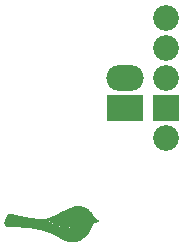
<source format=gbs>
G04 #@! TF.FileFunction,Soldermask,Bot*
%FSLAX46Y46*%
G04 Gerber Fmt 4.6, Leading zero omitted, Abs format (unit mm)*
G04 Created by KiCad (PCBNEW 4.0.1-stable) date Tuesday, April 12, 2016 'PMt' 11:21:32 PM*
%MOMM*%
G01*
G04 APERTURE LIST*
%ADD10C,0.100000*%
%ADD11C,0.010000*%
%ADD12O,2.184400X2.184400*%
%ADD13C,2.184400*%
%ADD14R,2.184400X2.184400*%
%ADD15R,3.152400X2.184400*%
%ADD16O,3.152400X2.184400*%
G04 APERTURE END LIST*
D10*
D11*
G36*
X163558969Y-116723103D02*
X163521134Y-116724878D01*
X163485237Y-116727950D01*
X163449588Y-116732451D01*
X163412501Y-116738512D01*
X163387463Y-116743226D01*
X163350495Y-116750873D01*
X163315230Y-116759056D01*
X163280622Y-116768108D01*
X163245624Y-116778364D01*
X163209191Y-116790156D01*
X163170278Y-116803818D01*
X163127839Y-116819684D01*
X163080827Y-116838088D01*
X163045263Y-116852406D01*
X162998042Y-116871805D01*
X162950102Y-116891943D01*
X162901041Y-116913011D01*
X162850453Y-116935199D01*
X162797934Y-116958695D01*
X162743079Y-116983689D01*
X162685486Y-117010372D01*
X162624749Y-117038932D01*
X162560464Y-117069559D01*
X162492227Y-117102442D01*
X162419635Y-117137772D01*
X162342281Y-117175737D01*
X162259764Y-117216528D01*
X162171677Y-117260333D01*
X162113915Y-117289177D01*
X162032201Y-117329964D01*
X161956268Y-117367698D01*
X161885642Y-117402596D01*
X161819851Y-117434875D01*
X161758423Y-117464752D01*
X161700885Y-117492444D01*
X161646765Y-117518167D01*
X161595591Y-117542138D01*
X161546889Y-117564575D01*
X161500189Y-117585695D01*
X161455018Y-117605714D01*
X161410903Y-117624848D01*
X161367371Y-117643316D01*
X161323951Y-117661334D01*
X161280171Y-117679119D01*
X161235557Y-117696888D01*
X161189637Y-117714857D01*
X161172458Y-117721509D01*
X161148476Y-117730793D01*
X161126212Y-117739455D01*
X161106652Y-117747109D01*
X161090781Y-117753366D01*
X161079586Y-117757840D01*
X161074216Y-117760070D01*
X161064168Y-117764573D01*
X161079302Y-117783849D01*
X161091111Y-117797902D01*
X161107080Y-117815482D01*
X161126079Y-117835449D01*
X161146977Y-117856663D01*
X161168643Y-117877986D01*
X161189945Y-117898277D01*
X161209754Y-117916397D01*
X161218319Y-117923920D01*
X161293898Y-117985039D01*
X161375648Y-118043238D01*
X161463253Y-118098375D01*
X161556399Y-118150306D01*
X161654769Y-118198886D01*
X161758048Y-118243973D01*
X161865921Y-118285422D01*
X161978072Y-118323091D01*
X162094186Y-118356835D01*
X162213946Y-118386510D01*
X162253722Y-118395281D01*
X162312747Y-118407567D01*
X162366586Y-118418013D01*
X162416795Y-118426877D01*
X162464926Y-118434413D01*
X162512531Y-118440877D01*
X162561165Y-118446526D01*
X162571222Y-118447588D01*
X162591268Y-118449185D01*
X162616488Y-118450438D01*
X162645561Y-118451348D01*
X162677167Y-118451913D01*
X162709986Y-118452134D01*
X162742697Y-118452011D01*
X162773980Y-118451543D01*
X162802515Y-118450730D01*
X162826981Y-118449572D01*
X162846059Y-118448069D01*
X162849917Y-118447629D01*
X162920413Y-118436359D01*
X162985332Y-118420777D01*
X163044686Y-118400875D01*
X163098489Y-118376642D01*
X163146754Y-118348071D01*
X163189494Y-118315152D01*
X163226725Y-118277875D01*
X163258458Y-118236233D01*
X163284708Y-118190216D01*
X163304186Y-118143556D01*
X163313436Y-118115336D01*
X163320050Y-118089790D01*
X163324389Y-118064670D01*
X163326811Y-118037726D01*
X163327677Y-118006710D01*
X163327689Y-117996690D01*
X163327494Y-117939783D01*
X163350459Y-117937430D01*
X163373423Y-117935078D01*
X163423181Y-117969010D01*
X163422739Y-118018359D01*
X163418754Y-118076590D01*
X163407973Y-118133341D01*
X163390573Y-118188195D01*
X163366733Y-118240732D01*
X163336631Y-118290536D01*
X163300446Y-118337188D01*
X163275226Y-118364155D01*
X163234590Y-118401000D01*
X163190860Y-118433371D01*
X163143528Y-118461491D01*
X163092089Y-118485584D01*
X163036034Y-118505873D01*
X162974857Y-118522584D01*
X162908052Y-118535938D01*
X162874611Y-118541113D01*
X162853545Y-118543389D01*
X162826697Y-118545185D01*
X162795325Y-118546500D01*
X162760685Y-118547334D01*
X162724034Y-118547688D01*
X162686631Y-118547562D01*
X162649731Y-118546956D01*
X162614593Y-118545870D01*
X162582474Y-118544303D01*
X162554630Y-118542257D01*
X162543000Y-118541088D01*
X162428753Y-118525915D01*
X162313621Y-118506055D01*
X162198476Y-118481770D01*
X162084191Y-118453321D01*
X161971641Y-118420969D01*
X161861697Y-118384975D01*
X161755234Y-118345600D01*
X161653124Y-118303106D01*
X161556240Y-118257754D01*
X161501392Y-118229498D01*
X161418282Y-118182751D01*
X161339342Y-118133631D01*
X161265019Y-118082487D01*
X161195759Y-118029668D01*
X161132007Y-117975522D01*
X161074209Y-117920397D01*
X161022812Y-117864643D01*
X161001120Y-117838480D01*
X160986411Y-117820572D01*
X160975353Y-117808259D01*
X160967679Y-117801267D01*
X160963122Y-117799322D01*
X160962894Y-117799373D01*
X160948318Y-117803012D01*
X160927871Y-117807139D01*
X160902704Y-117811588D01*
X160873971Y-117816193D01*
X160842826Y-117820787D01*
X160810421Y-117825204D01*
X160777909Y-117829276D01*
X160746444Y-117832837D01*
X160717179Y-117835720D01*
X160703264Y-117836893D01*
X160673004Y-117838630D01*
X160639491Y-117839311D01*
X160602279Y-117838909D01*
X160560925Y-117837398D01*
X160514983Y-117834750D01*
X160464009Y-117830938D01*
X160407559Y-117825937D01*
X160345188Y-117819719D01*
X160276452Y-117812256D01*
X160255236Y-117809853D01*
X160157304Y-117798039D01*
X160052890Y-117784253D01*
X159942274Y-117768544D01*
X159825733Y-117750962D01*
X159703546Y-117731559D01*
X159575989Y-117710386D01*
X159443343Y-117687492D01*
X159305883Y-117662928D01*
X159163890Y-117636746D01*
X159017640Y-117608995D01*
X158867412Y-117579727D01*
X158713483Y-117548991D01*
X158556133Y-117516840D01*
X158395639Y-117483322D01*
X158232279Y-117448489D01*
X158066331Y-117412392D01*
X158038028Y-117406166D01*
X158006495Y-117399268D01*
X157976427Y-117392787D01*
X157948674Y-117386899D01*
X157924087Y-117381780D01*
X157903516Y-117377607D01*
X157887814Y-117374556D01*
X157877830Y-117372804D01*
X157875750Y-117372520D01*
X157848371Y-117372603D01*
X157819403Y-117378198D01*
X157790663Y-117388640D01*
X157763968Y-117403263D01*
X157741137Y-117421400D01*
X157740423Y-117422097D01*
X157729666Y-117434458D01*
X157716441Y-117452584D01*
X157701127Y-117475782D01*
X157684102Y-117503362D01*
X157665747Y-117534633D01*
X157646438Y-117568902D01*
X157626556Y-117605479D01*
X157606479Y-117643671D01*
X157586585Y-117682789D01*
X157567253Y-117722139D01*
X157548863Y-117761031D01*
X157531792Y-117798774D01*
X157523062Y-117818888D01*
X157495582Y-117887828D01*
X157473705Y-117952753D01*
X157457436Y-118013631D01*
X157446780Y-118070428D01*
X157441742Y-118123112D01*
X157442326Y-118171650D01*
X157448538Y-118216008D01*
X157459697Y-118254355D01*
X157469279Y-118274617D01*
X157482842Y-118296530D01*
X157498641Y-118317628D01*
X157514928Y-118335441D01*
X157520911Y-118340860D01*
X157536300Y-118352771D01*
X157552919Y-118363287D01*
X157571311Y-118372518D01*
X157592022Y-118380574D01*
X157615594Y-118387565D01*
X157642573Y-118393602D01*
X157673502Y-118398794D01*
X157708926Y-118403252D01*
X157749388Y-118407086D01*
X157795433Y-118410405D01*
X157847604Y-118413321D01*
X157888097Y-118415182D01*
X157907868Y-118415961D01*
X157933696Y-118416876D01*
X157964584Y-118417897D01*
X157999536Y-118418994D01*
X158037554Y-118420137D01*
X158077643Y-118421294D01*
X158118805Y-118422437D01*
X158160044Y-118423534D01*
X158180903Y-118424070D01*
X158286868Y-118426865D01*
X158386377Y-118429728D01*
X158480029Y-118432688D01*
X158568424Y-118435774D01*
X158652160Y-118439016D01*
X158731838Y-118442444D01*
X158808056Y-118446086D01*
X158881413Y-118449972D01*
X158952509Y-118454132D01*
X159021944Y-118458595D01*
X159090317Y-118463390D01*
X159158226Y-118468548D01*
X159226271Y-118474096D01*
X159262167Y-118477168D01*
X159414575Y-118491484D01*
X159561084Y-118507501D01*
X159702686Y-118525426D01*
X159840371Y-118545462D01*
X159975131Y-118567813D01*
X160107958Y-118592686D01*
X160239844Y-118620283D01*
X160371779Y-118650811D01*
X160504756Y-118684473D01*
X160639766Y-118721474D01*
X160777801Y-118762018D01*
X160919851Y-118806311D01*
X161027819Y-118841516D01*
X161084471Y-118860415D01*
X161136899Y-118878181D01*
X161185676Y-118895079D01*
X161231373Y-118911377D01*
X161274563Y-118927340D01*
X161315816Y-118943235D01*
X161355705Y-118959327D01*
X161394801Y-118975884D01*
X161433675Y-118993170D01*
X161472901Y-119011452D01*
X161513048Y-119030997D01*
X161554690Y-119052071D01*
X161598398Y-119074939D01*
X161644743Y-119099869D01*
X161694297Y-119127125D01*
X161747632Y-119156975D01*
X161805320Y-119189684D01*
X161867932Y-119225519D01*
X161932694Y-119262815D01*
X161982887Y-119291743D01*
X162027657Y-119317450D01*
X162067661Y-119340298D01*
X162103555Y-119360648D01*
X162135994Y-119378863D01*
X162165635Y-119395303D01*
X162193134Y-119410330D01*
X162219147Y-119424307D01*
X162244330Y-119437594D01*
X162269338Y-119450554D01*
X162294828Y-119463549D01*
X162317222Y-119474820D01*
X162382539Y-119506741D01*
X162443326Y-119534702D01*
X162500631Y-119559064D01*
X162555499Y-119580188D01*
X162608978Y-119598436D01*
X162662115Y-119614169D01*
X162715957Y-119627748D01*
X162771551Y-119639537D01*
X162819025Y-119648094D01*
X162878301Y-119657475D01*
X162932886Y-119664849D01*
X162984804Y-119670377D01*
X163036074Y-119674223D01*
X163088721Y-119676550D01*
X163144766Y-119677522D01*
X163183292Y-119677509D01*
X163209880Y-119677309D01*
X163234924Y-119677051D01*
X163257330Y-119676751D01*
X163276003Y-119676426D01*
X163289851Y-119676092D01*
X163297777Y-119675767D01*
X163297944Y-119675755D01*
X163388991Y-119666740D01*
X163478800Y-119653096D01*
X163566515Y-119635042D01*
X163651282Y-119612798D01*
X163732244Y-119586583D01*
X163808545Y-119556619D01*
X163866209Y-119529817D01*
X163952043Y-119482919D01*
X164035670Y-119429377D01*
X164117012Y-119369273D01*
X164195994Y-119302690D01*
X164272539Y-119229708D01*
X164346571Y-119150411D01*
X164418015Y-119064879D01*
X164486793Y-118973196D01*
X164552829Y-118875442D01*
X164616048Y-118771701D01*
X164676373Y-118662053D01*
X164680700Y-118653746D01*
X164717707Y-118578734D01*
X164752221Y-118500989D01*
X164784600Y-118419580D01*
X164815202Y-118333574D01*
X164844388Y-118242039D01*
X164860890Y-118185758D01*
X164868457Y-118159169D01*
X165114194Y-118060044D01*
X165153671Y-118044069D01*
X165191187Y-118028791D01*
X165226234Y-118014422D01*
X165258306Y-118001173D01*
X165286898Y-117989257D01*
X165311502Y-117978887D01*
X165331612Y-117970274D01*
X165346722Y-117963630D01*
X165356326Y-117959168D01*
X165359917Y-117957101D01*
X165359931Y-117957055D01*
X165357356Y-117954178D01*
X165349885Y-117946965D01*
X165337902Y-117935762D01*
X165321787Y-117920917D01*
X165301922Y-117902776D01*
X165278690Y-117881686D01*
X165252471Y-117857994D01*
X165223649Y-117832048D01*
X165192605Y-117804193D01*
X165159720Y-117774778D01*
X165134153Y-117751966D01*
X164908375Y-117550741D01*
X164893997Y-117511022D01*
X164865662Y-117440948D01*
X164832414Y-117374045D01*
X164793848Y-117309707D01*
X164749555Y-117247324D01*
X164699130Y-117186287D01*
X164642165Y-117125990D01*
X164625776Y-117109917D01*
X164558462Y-117049739D01*
X164485870Y-116994059D01*
X164408266Y-116943010D01*
X164325914Y-116896722D01*
X164239079Y-116855330D01*
X164148026Y-116818964D01*
X164053021Y-116787758D01*
X163954329Y-116761842D01*
X163908250Y-116751834D01*
X163863853Y-116743197D01*
X163824131Y-116736427D01*
X163787021Y-116731295D01*
X163750460Y-116727572D01*
X163712386Y-116725029D01*
X163670735Y-116723439D01*
X163647194Y-116722916D01*
X163600426Y-116722493D01*
X163558969Y-116723103D01*
X163558969Y-116723103D01*
G37*
X163558969Y-116723103D02*
X163521134Y-116724878D01*
X163485237Y-116727950D01*
X163449588Y-116732451D01*
X163412501Y-116738512D01*
X163387463Y-116743226D01*
X163350495Y-116750873D01*
X163315230Y-116759056D01*
X163280622Y-116768108D01*
X163245624Y-116778364D01*
X163209191Y-116790156D01*
X163170278Y-116803818D01*
X163127839Y-116819684D01*
X163080827Y-116838088D01*
X163045263Y-116852406D01*
X162998042Y-116871805D01*
X162950102Y-116891943D01*
X162901041Y-116913011D01*
X162850453Y-116935199D01*
X162797934Y-116958695D01*
X162743079Y-116983689D01*
X162685486Y-117010372D01*
X162624749Y-117038932D01*
X162560464Y-117069559D01*
X162492227Y-117102442D01*
X162419635Y-117137772D01*
X162342281Y-117175737D01*
X162259764Y-117216528D01*
X162171677Y-117260333D01*
X162113915Y-117289177D01*
X162032201Y-117329964D01*
X161956268Y-117367698D01*
X161885642Y-117402596D01*
X161819851Y-117434875D01*
X161758423Y-117464752D01*
X161700885Y-117492444D01*
X161646765Y-117518167D01*
X161595591Y-117542138D01*
X161546889Y-117564575D01*
X161500189Y-117585695D01*
X161455018Y-117605714D01*
X161410903Y-117624848D01*
X161367371Y-117643316D01*
X161323951Y-117661334D01*
X161280171Y-117679119D01*
X161235557Y-117696888D01*
X161189637Y-117714857D01*
X161172458Y-117721509D01*
X161148476Y-117730793D01*
X161126212Y-117739455D01*
X161106652Y-117747109D01*
X161090781Y-117753366D01*
X161079586Y-117757840D01*
X161074216Y-117760070D01*
X161064168Y-117764573D01*
X161079302Y-117783849D01*
X161091111Y-117797902D01*
X161107080Y-117815482D01*
X161126079Y-117835449D01*
X161146977Y-117856663D01*
X161168643Y-117877986D01*
X161189945Y-117898277D01*
X161209754Y-117916397D01*
X161218319Y-117923920D01*
X161293898Y-117985039D01*
X161375648Y-118043238D01*
X161463253Y-118098375D01*
X161556399Y-118150306D01*
X161654769Y-118198886D01*
X161758048Y-118243973D01*
X161865921Y-118285422D01*
X161978072Y-118323091D01*
X162094186Y-118356835D01*
X162213946Y-118386510D01*
X162253722Y-118395281D01*
X162312747Y-118407567D01*
X162366586Y-118418013D01*
X162416795Y-118426877D01*
X162464926Y-118434413D01*
X162512531Y-118440877D01*
X162561165Y-118446526D01*
X162571222Y-118447588D01*
X162591268Y-118449185D01*
X162616488Y-118450438D01*
X162645561Y-118451348D01*
X162677167Y-118451913D01*
X162709986Y-118452134D01*
X162742697Y-118452011D01*
X162773980Y-118451543D01*
X162802515Y-118450730D01*
X162826981Y-118449572D01*
X162846059Y-118448069D01*
X162849917Y-118447629D01*
X162920413Y-118436359D01*
X162985332Y-118420777D01*
X163044686Y-118400875D01*
X163098489Y-118376642D01*
X163146754Y-118348071D01*
X163189494Y-118315152D01*
X163226725Y-118277875D01*
X163258458Y-118236233D01*
X163284708Y-118190216D01*
X163304186Y-118143556D01*
X163313436Y-118115336D01*
X163320050Y-118089790D01*
X163324389Y-118064670D01*
X163326811Y-118037726D01*
X163327677Y-118006710D01*
X163327689Y-117996690D01*
X163327494Y-117939783D01*
X163350459Y-117937430D01*
X163373423Y-117935078D01*
X163423181Y-117969010D01*
X163422739Y-118018359D01*
X163418754Y-118076590D01*
X163407973Y-118133341D01*
X163390573Y-118188195D01*
X163366733Y-118240732D01*
X163336631Y-118290536D01*
X163300446Y-118337188D01*
X163275226Y-118364155D01*
X163234590Y-118401000D01*
X163190860Y-118433371D01*
X163143528Y-118461491D01*
X163092089Y-118485584D01*
X163036034Y-118505873D01*
X162974857Y-118522584D01*
X162908052Y-118535938D01*
X162874611Y-118541113D01*
X162853545Y-118543389D01*
X162826697Y-118545185D01*
X162795325Y-118546500D01*
X162760685Y-118547334D01*
X162724034Y-118547688D01*
X162686631Y-118547562D01*
X162649731Y-118546956D01*
X162614593Y-118545870D01*
X162582474Y-118544303D01*
X162554630Y-118542257D01*
X162543000Y-118541088D01*
X162428753Y-118525915D01*
X162313621Y-118506055D01*
X162198476Y-118481770D01*
X162084191Y-118453321D01*
X161971641Y-118420969D01*
X161861697Y-118384975D01*
X161755234Y-118345600D01*
X161653124Y-118303106D01*
X161556240Y-118257754D01*
X161501392Y-118229498D01*
X161418282Y-118182751D01*
X161339342Y-118133631D01*
X161265019Y-118082487D01*
X161195759Y-118029668D01*
X161132007Y-117975522D01*
X161074209Y-117920397D01*
X161022812Y-117864643D01*
X161001120Y-117838480D01*
X160986411Y-117820572D01*
X160975353Y-117808259D01*
X160967679Y-117801267D01*
X160963122Y-117799322D01*
X160962894Y-117799373D01*
X160948318Y-117803012D01*
X160927871Y-117807139D01*
X160902704Y-117811588D01*
X160873971Y-117816193D01*
X160842826Y-117820787D01*
X160810421Y-117825204D01*
X160777909Y-117829276D01*
X160746444Y-117832837D01*
X160717179Y-117835720D01*
X160703264Y-117836893D01*
X160673004Y-117838630D01*
X160639491Y-117839311D01*
X160602279Y-117838909D01*
X160560925Y-117837398D01*
X160514983Y-117834750D01*
X160464009Y-117830938D01*
X160407559Y-117825937D01*
X160345188Y-117819719D01*
X160276452Y-117812256D01*
X160255236Y-117809853D01*
X160157304Y-117798039D01*
X160052890Y-117784253D01*
X159942274Y-117768544D01*
X159825733Y-117750962D01*
X159703546Y-117731559D01*
X159575989Y-117710386D01*
X159443343Y-117687492D01*
X159305883Y-117662928D01*
X159163890Y-117636746D01*
X159017640Y-117608995D01*
X158867412Y-117579727D01*
X158713483Y-117548991D01*
X158556133Y-117516840D01*
X158395639Y-117483322D01*
X158232279Y-117448489D01*
X158066331Y-117412392D01*
X158038028Y-117406166D01*
X158006495Y-117399268D01*
X157976427Y-117392787D01*
X157948674Y-117386899D01*
X157924087Y-117381780D01*
X157903516Y-117377607D01*
X157887814Y-117374556D01*
X157877830Y-117372804D01*
X157875750Y-117372520D01*
X157848371Y-117372603D01*
X157819403Y-117378198D01*
X157790663Y-117388640D01*
X157763968Y-117403263D01*
X157741137Y-117421400D01*
X157740423Y-117422097D01*
X157729666Y-117434458D01*
X157716441Y-117452584D01*
X157701127Y-117475782D01*
X157684102Y-117503362D01*
X157665747Y-117534633D01*
X157646438Y-117568902D01*
X157626556Y-117605479D01*
X157606479Y-117643671D01*
X157586585Y-117682789D01*
X157567253Y-117722139D01*
X157548863Y-117761031D01*
X157531792Y-117798774D01*
X157523062Y-117818888D01*
X157495582Y-117887828D01*
X157473705Y-117952753D01*
X157457436Y-118013631D01*
X157446780Y-118070428D01*
X157441742Y-118123112D01*
X157442326Y-118171650D01*
X157448538Y-118216008D01*
X157459697Y-118254355D01*
X157469279Y-118274617D01*
X157482842Y-118296530D01*
X157498641Y-118317628D01*
X157514928Y-118335441D01*
X157520911Y-118340860D01*
X157536300Y-118352771D01*
X157552919Y-118363287D01*
X157571311Y-118372518D01*
X157592022Y-118380574D01*
X157615594Y-118387565D01*
X157642573Y-118393602D01*
X157673502Y-118398794D01*
X157708926Y-118403252D01*
X157749388Y-118407086D01*
X157795433Y-118410405D01*
X157847604Y-118413321D01*
X157888097Y-118415182D01*
X157907868Y-118415961D01*
X157933696Y-118416876D01*
X157964584Y-118417897D01*
X157999536Y-118418994D01*
X158037554Y-118420137D01*
X158077643Y-118421294D01*
X158118805Y-118422437D01*
X158160044Y-118423534D01*
X158180903Y-118424070D01*
X158286868Y-118426865D01*
X158386377Y-118429728D01*
X158480029Y-118432688D01*
X158568424Y-118435774D01*
X158652160Y-118439016D01*
X158731838Y-118442444D01*
X158808056Y-118446086D01*
X158881413Y-118449972D01*
X158952509Y-118454132D01*
X159021944Y-118458595D01*
X159090317Y-118463390D01*
X159158226Y-118468548D01*
X159226271Y-118474096D01*
X159262167Y-118477168D01*
X159414575Y-118491484D01*
X159561084Y-118507501D01*
X159702686Y-118525426D01*
X159840371Y-118545462D01*
X159975131Y-118567813D01*
X160107958Y-118592686D01*
X160239844Y-118620283D01*
X160371779Y-118650811D01*
X160504756Y-118684473D01*
X160639766Y-118721474D01*
X160777801Y-118762018D01*
X160919851Y-118806311D01*
X161027819Y-118841516D01*
X161084471Y-118860415D01*
X161136899Y-118878181D01*
X161185676Y-118895079D01*
X161231373Y-118911377D01*
X161274563Y-118927340D01*
X161315816Y-118943235D01*
X161355705Y-118959327D01*
X161394801Y-118975884D01*
X161433675Y-118993170D01*
X161472901Y-119011452D01*
X161513048Y-119030997D01*
X161554690Y-119052071D01*
X161598398Y-119074939D01*
X161644743Y-119099869D01*
X161694297Y-119127125D01*
X161747632Y-119156975D01*
X161805320Y-119189684D01*
X161867932Y-119225519D01*
X161932694Y-119262815D01*
X161982887Y-119291743D01*
X162027657Y-119317450D01*
X162067661Y-119340298D01*
X162103555Y-119360648D01*
X162135994Y-119378863D01*
X162165635Y-119395303D01*
X162193134Y-119410330D01*
X162219147Y-119424307D01*
X162244330Y-119437594D01*
X162269338Y-119450554D01*
X162294828Y-119463549D01*
X162317222Y-119474820D01*
X162382539Y-119506741D01*
X162443326Y-119534702D01*
X162500631Y-119559064D01*
X162555499Y-119580188D01*
X162608978Y-119598436D01*
X162662115Y-119614169D01*
X162715957Y-119627748D01*
X162771551Y-119639537D01*
X162819025Y-119648094D01*
X162878301Y-119657475D01*
X162932886Y-119664849D01*
X162984804Y-119670377D01*
X163036074Y-119674223D01*
X163088721Y-119676550D01*
X163144766Y-119677522D01*
X163183292Y-119677509D01*
X163209880Y-119677309D01*
X163234924Y-119677051D01*
X163257330Y-119676751D01*
X163276003Y-119676426D01*
X163289851Y-119676092D01*
X163297777Y-119675767D01*
X163297944Y-119675755D01*
X163388991Y-119666740D01*
X163478800Y-119653096D01*
X163566515Y-119635042D01*
X163651282Y-119612798D01*
X163732244Y-119586583D01*
X163808545Y-119556619D01*
X163866209Y-119529817D01*
X163952043Y-119482919D01*
X164035670Y-119429377D01*
X164117012Y-119369273D01*
X164195994Y-119302690D01*
X164272539Y-119229708D01*
X164346571Y-119150411D01*
X164418015Y-119064879D01*
X164486793Y-118973196D01*
X164552829Y-118875442D01*
X164616048Y-118771701D01*
X164676373Y-118662053D01*
X164680700Y-118653746D01*
X164717707Y-118578734D01*
X164752221Y-118500989D01*
X164784600Y-118419580D01*
X164815202Y-118333574D01*
X164844388Y-118242039D01*
X164860890Y-118185758D01*
X164868457Y-118159169D01*
X165114194Y-118060044D01*
X165153671Y-118044069D01*
X165191187Y-118028791D01*
X165226234Y-118014422D01*
X165258306Y-118001173D01*
X165286898Y-117989257D01*
X165311502Y-117978887D01*
X165331612Y-117970274D01*
X165346722Y-117963630D01*
X165356326Y-117959168D01*
X165359917Y-117957101D01*
X165359931Y-117957055D01*
X165357356Y-117954178D01*
X165349885Y-117946965D01*
X165337902Y-117935762D01*
X165321787Y-117920917D01*
X165301922Y-117902776D01*
X165278690Y-117881686D01*
X165252471Y-117857994D01*
X165223649Y-117832048D01*
X165192605Y-117804193D01*
X165159720Y-117774778D01*
X165134153Y-117751966D01*
X164908375Y-117550741D01*
X164893997Y-117511022D01*
X164865662Y-117440948D01*
X164832414Y-117374045D01*
X164793848Y-117309707D01*
X164749555Y-117247324D01*
X164699130Y-117186287D01*
X164642165Y-117125990D01*
X164625776Y-117109917D01*
X164558462Y-117049739D01*
X164485870Y-116994059D01*
X164408266Y-116943010D01*
X164325914Y-116896722D01*
X164239079Y-116855330D01*
X164148026Y-116818964D01*
X164053021Y-116787758D01*
X163954329Y-116761842D01*
X163908250Y-116751834D01*
X163863853Y-116743197D01*
X163824131Y-116736427D01*
X163787021Y-116731295D01*
X163750460Y-116727572D01*
X163712386Y-116725029D01*
X163670735Y-116723439D01*
X163647194Y-116722916D01*
X163600426Y-116722493D01*
X163558969Y-116723103D01*
D12*
X171130000Y-100820000D03*
D13*
X171130000Y-103360000D03*
X171130000Y-105900000D03*
D14*
X171130000Y-108440000D03*
D13*
X171130000Y-110980000D03*
D15*
X167610000Y-108440000D03*
D16*
X167610000Y-105900000D03*
M02*

</source>
